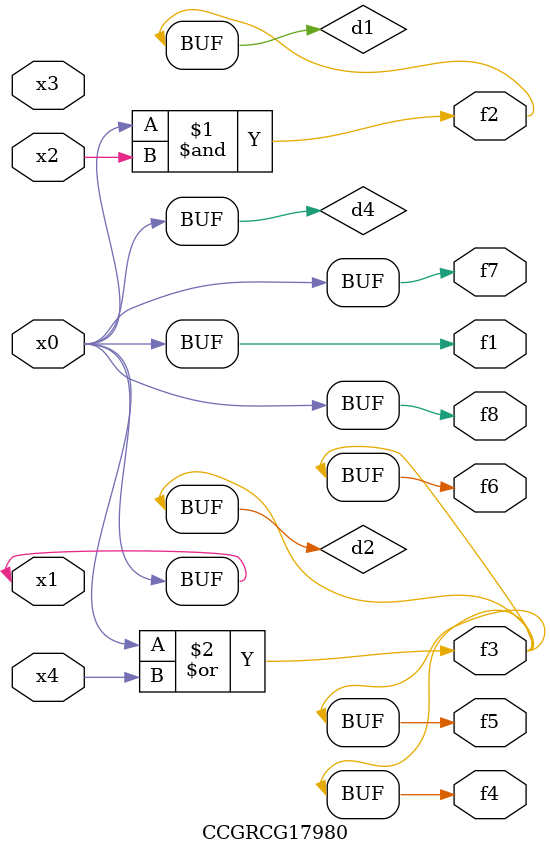
<source format=v>
module CCGRCG17980(
	input x0, x1, x2, x3, x4,
	output f1, f2, f3, f4, f5, f6, f7, f8
);

	wire d1, d2, d3, d4;

	and (d1, x0, x2);
	or (d2, x0, x4);
	nand (d3, x0, x2);
	buf (d4, x0, x1);
	assign f1 = d4;
	assign f2 = d1;
	assign f3 = d2;
	assign f4 = d2;
	assign f5 = d2;
	assign f6 = d2;
	assign f7 = d4;
	assign f8 = d4;
endmodule

</source>
